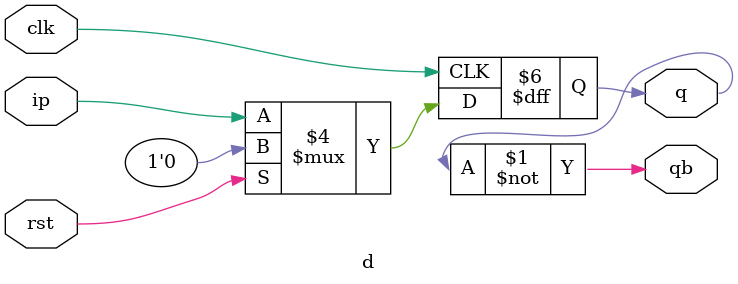
<source format=v>
module d(ip,clk,rst,q,qb);
    input ip, clk, rst;
    output reg q;
    output qb;

    assign qb = ~q;

    //now ff so @always(clk)

    always @(posedge clk) begin
        if(rst) begin
            q<=0;
        end
        else begin
            q<=ip;
        end
    end

endmodule
</source>
